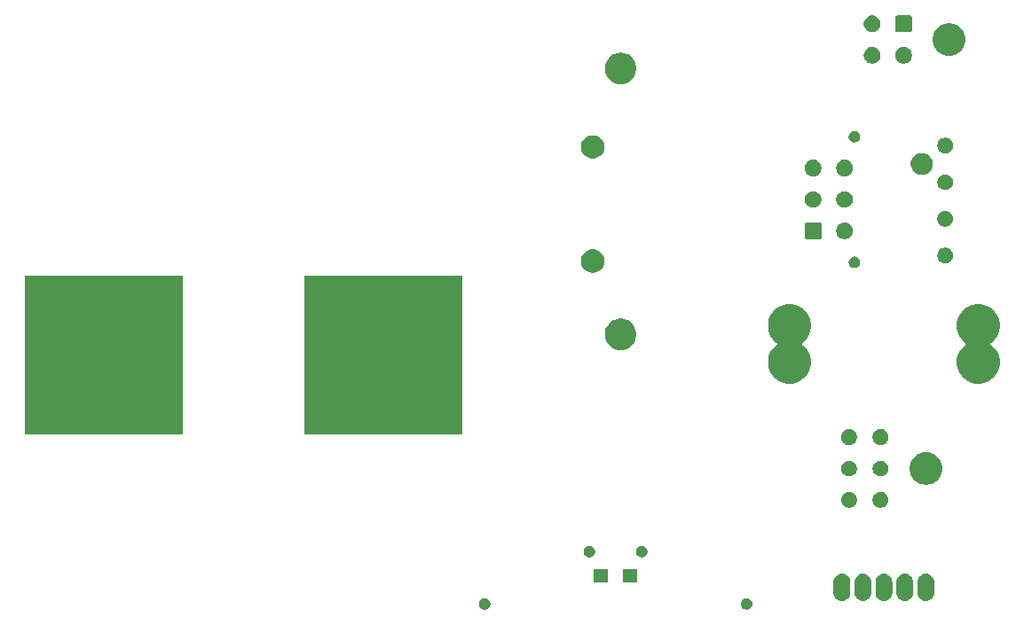
<source format=gbs>
G04 #@! TF.GenerationSoftware,KiCad,Pcbnew,(5.1.4-0-10_14)*
G04 #@! TF.CreationDate,2020-02-02T19:29:53-05:00*
G04 #@! TF.ProjectId,AIR_MINUS,4149525f-4d49-44e5-9553-2e6b69636164,rev?*
G04 #@! TF.SameCoordinates,Original*
G04 #@! TF.FileFunction,Soldermask,Bot*
G04 #@! TF.FilePolarity,Negative*
%FSLAX46Y46*%
G04 Gerber Fmt 4.6, Leading zero omitted, Abs format (unit mm)*
G04 Created by KiCad (PCBNEW (5.1.4-0-10_14)) date 2020-02-02 19:29:53*
%MOMM*%
%LPD*%
G04 APERTURE LIST*
%ADD10C,0.100000*%
G04 APERTURE END LIST*
D10*
G36*
X126410721Y-170590174D02*
G01*
X126510995Y-170631709D01*
X126510996Y-170631710D01*
X126601242Y-170692010D01*
X126677990Y-170768758D01*
X126677991Y-170768760D01*
X126738291Y-170859005D01*
X126779826Y-170959279D01*
X126801000Y-171065730D01*
X126801000Y-171174270D01*
X126779826Y-171280721D01*
X126738291Y-171380995D01*
X126738290Y-171380996D01*
X126677990Y-171471242D01*
X126601242Y-171547990D01*
X126555812Y-171578345D01*
X126510995Y-171608291D01*
X126410721Y-171649826D01*
X126304270Y-171671000D01*
X126195730Y-171671000D01*
X126089279Y-171649826D01*
X125989005Y-171608291D01*
X125944188Y-171578345D01*
X125898758Y-171547990D01*
X125822010Y-171471242D01*
X125761710Y-171380996D01*
X125761709Y-171380995D01*
X125720174Y-171280721D01*
X125699000Y-171174270D01*
X125699000Y-171065730D01*
X125720174Y-170959279D01*
X125761709Y-170859005D01*
X125822009Y-170768760D01*
X125822010Y-170768758D01*
X125898758Y-170692010D01*
X125989004Y-170631710D01*
X125989005Y-170631709D01*
X126089279Y-170590174D01*
X126195730Y-170569000D01*
X126304270Y-170569000D01*
X126410721Y-170590174D01*
X126410721Y-170590174D01*
G37*
G36*
X101410721Y-170590174D02*
G01*
X101510995Y-170631709D01*
X101510996Y-170631710D01*
X101601242Y-170692010D01*
X101677990Y-170768758D01*
X101677991Y-170768760D01*
X101738291Y-170859005D01*
X101779826Y-170959279D01*
X101801000Y-171065730D01*
X101801000Y-171174270D01*
X101779826Y-171280721D01*
X101738291Y-171380995D01*
X101738290Y-171380996D01*
X101677990Y-171471242D01*
X101601242Y-171547990D01*
X101555812Y-171578345D01*
X101510995Y-171608291D01*
X101410721Y-171649826D01*
X101304270Y-171671000D01*
X101195730Y-171671000D01*
X101089279Y-171649826D01*
X100989005Y-171608291D01*
X100944188Y-171578345D01*
X100898758Y-171547990D01*
X100822010Y-171471242D01*
X100761710Y-171380996D01*
X100761709Y-171380995D01*
X100720174Y-171280721D01*
X100699000Y-171174270D01*
X100699000Y-171065730D01*
X100720174Y-170959279D01*
X100761709Y-170859005D01*
X100822009Y-170768760D01*
X100822010Y-170768758D01*
X100898758Y-170692010D01*
X100989004Y-170631710D01*
X100989005Y-170631709D01*
X101089279Y-170590174D01*
X101195730Y-170569000D01*
X101304270Y-170569000D01*
X101410721Y-170590174D01*
X101410721Y-170590174D01*
G37*
G36*
X135509823Y-168241790D02*
G01*
X135610482Y-168272325D01*
X135660813Y-168287592D01*
X135799965Y-168361971D01*
X135921933Y-168462067D01*
X136022029Y-168584035D01*
X136096408Y-168723187D01*
X136096408Y-168723188D01*
X136142210Y-168874177D01*
X136153800Y-168991855D01*
X136153800Y-170070545D01*
X136142210Y-170188223D01*
X136111675Y-170288882D01*
X136096408Y-170339213D01*
X136022030Y-170478364D01*
X136022029Y-170478365D01*
X135921933Y-170600333D01*
X135883699Y-170631710D01*
X135799964Y-170700429D01*
X135660812Y-170774808D01*
X135610481Y-170790075D01*
X135509822Y-170820610D01*
X135352800Y-170836075D01*
X135195777Y-170820610D01*
X135095118Y-170790075D01*
X135044787Y-170774808D01*
X134905635Y-170700429D01*
X134895375Y-170692009D01*
X134783667Y-170600333D01*
X134683571Y-170478364D01*
X134609193Y-170339213D01*
X134609192Y-170339212D01*
X134593925Y-170288881D01*
X134563390Y-170188222D01*
X134551800Y-170070544D01*
X134551801Y-168991855D01*
X134563391Y-168874177D01*
X134609193Y-168723188D01*
X134609193Y-168723187D01*
X134683572Y-168584035D01*
X134783668Y-168462067D01*
X134905636Y-168361971D01*
X135044788Y-168287592D01*
X135095119Y-168272325D01*
X135195778Y-168241790D01*
X135352800Y-168226325D01*
X135509823Y-168241790D01*
X135509823Y-168241790D01*
G37*
G36*
X137509823Y-168241790D02*
G01*
X137610482Y-168272325D01*
X137660813Y-168287592D01*
X137799965Y-168361971D01*
X137921933Y-168462067D01*
X138022029Y-168584035D01*
X138096408Y-168723187D01*
X138096408Y-168723188D01*
X138142210Y-168874177D01*
X138153800Y-168991855D01*
X138153800Y-170070545D01*
X138142210Y-170188223D01*
X138111675Y-170288882D01*
X138096408Y-170339213D01*
X138022030Y-170478364D01*
X138022029Y-170478365D01*
X137921933Y-170600333D01*
X137883699Y-170631710D01*
X137799964Y-170700429D01*
X137660812Y-170774808D01*
X137610481Y-170790075D01*
X137509822Y-170820610D01*
X137352800Y-170836075D01*
X137195777Y-170820610D01*
X137095118Y-170790075D01*
X137044787Y-170774808D01*
X136905635Y-170700429D01*
X136895375Y-170692009D01*
X136783667Y-170600333D01*
X136683571Y-170478364D01*
X136609193Y-170339213D01*
X136609192Y-170339212D01*
X136593925Y-170288881D01*
X136563390Y-170188222D01*
X136551800Y-170070544D01*
X136551801Y-168991855D01*
X136563391Y-168874177D01*
X136609193Y-168723188D01*
X136609193Y-168723187D01*
X136683572Y-168584035D01*
X136783668Y-168462067D01*
X136905636Y-168361971D01*
X137044788Y-168287592D01*
X137095119Y-168272325D01*
X137195778Y-168241790D01*
X137352800Y-168226325D01*
X137509823Y-168241790D01*
X137509823Y-168241790D01*
G37*
G36*
X139509823Y-168241790D02*
G01*
X139610482Y-168272325D01*
X139660813Y-168287592D01*
X139799965Y-168361971D01*
X139921933Y-168462067D01*
X140022029Y-168584035D01*
X140096408Y-168723187D01*
X140096408Y-168723188D01*
X140142210Y-168874177D01*
X140153800Y-168991855D01*
X140153800Y-170070545D01*
X140142210Y-170188223D01*
X140111675Y-170288882D01*
X140096408Y-170339213D01*
X140022030Y-170478364D01*
X140022029Y-170478365D01*
X139921933Y-170600333D01*
X139883699Y-170631710D01*
X139799964Y-170700429D01*
X139660812Y-170774808D01*
X139610481Y-170790075D01*
X139509822Y-170820610D01*
X139352800Y-170836075D01*
X139195777Y-170820610D01*
X139095118Y-170790075D01*
X139044787Y-170774808D01*
X138905635Y-170700429D01*
X138895375Y-170692009D01*
X138783667Y-170600333D01*
X138683571Y-170478364D01*
X138609193Y-170339213D01*
X138609192Y-170339212D01*
X138593925Y-170288881D01*
X138563390Y-170188222D01*
X138551800Y-170070544D01*
X138551801Y-168991855D01*
X138563391Y-168874177D01*
X138609193Y-168723188D01*
X138609193Y-168723187D01*
X138683572Y-168584035D01*
X138783668Y-168462067D01*
X138905636Y-168361971D01*
X139044788Y-168287592D01*
X139095119Y-168272325D01*
X139195778Y-168241790D01*
X139352800Y-168226325D01*
X139509823Y-168241790D01*
X139509823Y-168241790D01*
G37*
G36*
X141509823Y-168241790D02*
G01*
X141610482Y-168272325D01*
X141660813Y-168287592D01*
X141799965Y-168361971D01*
X141921933Y-168462067D01*
X142022029Y-168584035D01*
X142096408Y-168723187D01*
X142096408Y-168723188D01*
X142142210Y-168874177D01*
X142153800Y-168991855D01*
X142153800Y-170070545D01*
X142142210Y-170188223D01*
X142111675Y-170288882D01*
X142096408Y-170339213D01*
X142022030Y-170478364D01*
X142022029Y-170478365D01*
X141921933Y-170600333D01*
X141883699Y-170631710D01*
X141799964Y-170700429D01*
X141660812Y-170774808D01*
X141610481Y-170790075D01*
X141509822Y-170820610D01*
X141352800Y-170836075D01*
X141195777Y-170820610D01*
X141095118Y-170790075D01*
X141044787Y-170774808D01*
X140905635Y-170700429D01*
X140895375Y-170692009D01*
X140783667Y-170600333D01*
X140683571Y-170478364D01*
X140609193Y-170339213D01*
X140609192Y-170339212D01*
X140593925Y-170288881D01*
X140563390Y-170188222D01*
X140551800Y-170070544D01*
X140551801Y-168991855D01*
X140563391Y-168874177D01*
X140609193Y-168723188D01*
X140609193Y-168723187D01*
X140683572Y-168584035D01*
X140783668Y-168462067D01*
X140905636Y-168361971D01*
X141044788Y-168287592D01*
X141095119Y-168272325D01*
X141195778Y-168241790D01*
X141352800Y-168226325D01*
X141509823Y-168241790D01*
X141509823Y-168241790D01*
G37*
G36*
X143509823Y-168241790D02*
G01*
X143610482Y-168272325D01*
X143660813Y-168287592D01*
X143799965Y-168361971D01*
X143921933Y-168462067D01*
X144022029Y-168584035D01*
X144096408Y-168723187D01*
X144096408Y-168723188D01*
X144142210Y-168874177D01*
X144153800Y-168991855D01*
X144153800Y-170070545D01*
X144142210Y-170188223D01*
X144111675Y-170288882D01*
X144096408Y-170339213D01*
X144022030Y-170478364D01*
X144022029Y-170478365D01*
X143921933Y-170600333D01*
X143883699Y-170631710D01*
X143799964Y-170700429D01*
X143660812Y-170774808D01*
X143610481Y-170790075D01*
X143509822Y-170820610D01*
X143352800Y-170836075D01*
X143195777Y-170820610D01*
X143095118Y-170790075D01*
X143044787Y-170774808D01*
X142905635Y-170700429D01*
X142895375Y-170692009D01*
X142783667Y-170600333D01*
X142683571Y-170478364D01*
X142609193Y-170339213D01*
X142609192Y-170339212D01*
X142593925Y-170288881D01*
X142563390Y-170188222D01*
X142551800Y-170070544D01*
X142551801Y-168991855D01*
X142563391Y-168874177D01*
X142609193Y-168723188D01*
X142609193Y-168723187D01*
X142683572Y-168584035D01*
X142783668Y-168462067D01*
X142905636Y-168361971D01*
X143044788Y-168287592D01*
X143095119Y-168272325D01*
X143195778Y-168241790D01*
X143352800Y-168226325D01*
X143509823Y-168241790D01*
X143509823Y-168241790D01*
G37*
G36*
X115801000Y-169101000D02*
G01*
X114499000Y-169101000D01*
X114499000Y-167799000D01*
X115801000Y-167799000D01*
X115801000Y-169101000D01*
X115801000Y-169101000D01*
G37*
G36*
X113001000Y-169101000D02*
G01*
X111699000Y-169101000D01*
X111699000Y-167799000D01*
X113001000Y-167799000D01*
X113001000Y-169101000D01*
X113001000Y-169101000D01*
G37*
G36*
X116410721Y-165590174D02*
G01*
X116510995Y-165631709D01*
X116510996Y-165631710D01*
X116601242Y-165692010D01*
X116677990Y-165768758D01*
X116677991Y-165768760D01*
X116738291Y-165859005D01*
X116779826Y-165959279D01*
X116801000Y-166065730D01*
X116801000Y-166174270D01*
X116779826Y-166280721D01*
X116738291Y-166380995D01*
X116738290Y-166380996D01*
X116677990Y-166471242D01*
X116601242Y-166547990D01*
X116555812Y-166578345D01*
X116510995Y-166608291D01*
X116410721Y-166649826D01*
X116304270Y-166671000D01*
X116195730Y-166671000D01*
X116089279Y-166649826D01*
X115989005Y-166608291D01*
X115944188Y-166578345D01*
X115898758Y-166547990D01*
X115822010Y-166471242D01*
X115761710Y-166380996D01*
X115761709Y-166380995D01*
X115720174Y-166280721D01*
X115699000Y-166174270D01*
X115699000Y-166065730D01*
X115720174Y-165959279D01*
X115761709Y-165859005D01*
X115822009Y-165768760D01*
X115822010Y-165768758D01*
X115898758Y-165692010D01*
X115989004Y-165631710D01*
X115989005Y-165631709D01*
X116089279Y-165590174D01*
X116195730Y-165569000D01*
X116304270Y-165569000D01*
X116410721Y-165590174D01*
X116410721Y-165590174D01*
G37*
G36*
X111410721Y-165590174D02*
G01*
X111510995Y-165631709D01*
X111510996Y-165631710D01*
X111601242Y-165692010D01*
X111677990Y-165768758D01*
X111677991Y-165768760D01*
X111738291Y-165859005D01*
X111779826Y-165959279D01*
X111801000Y-166065730D01*
X111801000Y-166174270D01*
X111779826Y-166280721D01*
X111738291Y-166380995D01*
X111738290Y-166380996D01*
X111677990Y-166471242D01*
X111601242Y-166547990D01*
X111555812Y-166578345D01*
X111510995Y-166608291D01*
X111410721Y-166649826D01*
X111304270Y-166671000D01*
X111195730Y-166671000D01*
X111089279Y-166649826D01*
X110989005Y-166608291D01*
X110944188Y-166578345D01*
X110898758Y-166547990D01*
X110822010Y-166471242D01*
X110761710Y-166380996D01*
X110761709Y-166380995D01*
X110720174Y-166280721D01*
X110699000Y-166174270D01*
X110699000Y-166065730D01*
X110720174Y-165959279D01*
X110761709Y-165859005D01*
X110822009Y-165768760D01*
X110822010Y-165768758D01*
X110898758Y-165692010D01*
X110989004Y-165631710D01*
X110989005Y-165631709D01*
X111089279Y-165590174D01*
X111195730Y-165569000D01*
X111304270Y-165569000D01*
X111410721Y-165590174D01*
X111410721Y-165590174D01*
G37*
G36*
X139256659Y-160469060D02*
G01*
X139393332Y-160525672D01*
X139516335Y-160607860D01*
X139620940Y-160712465D01*
X139703128Y-160835468D01*
X139759740Y-160972141D01*
X139788600Y-161117233D01*
X139788600Y-161265167D01*
X139759740Y-161410259D01*
X139703128Y-161546932D01*
X139620940Y-161669935D01*
X139516335Y-161774540D01*
X139393332Y-161856728D01*
X139393331Y-161856729D01*
X139393330Y-161856729D01*
X139256659Y-161913340D01*
X139111568Y-161942200D01*
X138963632Y-161942200D01*
X138818541Y-161913340D01*
X138681870Y-161856729D01*
X138681869Y-161856729D01*
X138681868Y-161856728D01*
X138558865Y-161774540D01*
X138454260Y-161669935D01*
X138372072Y-161546932D01*
X138315460Y-161410259D01*
X138286600Y-161265167D01*
X138286600Y-161117233D01*
X138315460Y-160972141D01*
X138372072Y-160835468D01*
X138454260Y-160712465D01*
X138558865Y-160607860D01*
X138681868Y-160525672D01*
X138818541Y-160469060D01*
X138963632Y-160440200D01*
X139111568Y-160440200D01*
X139256659Y-160469060D01*
X139256659Y-160469060D01*
G37*
G36*
X136256659Y-160469060D02*
G01*
X136393332Y-160525672D01*
X136516335Y-160607860D01*
X136620940Y-160712465D01*
X136703128Y-160835468D01*
X136759740Y-160972141D01*
X136788600Y-161117233D01*
X136788600Y-161265167D01*
X136759740Y-161410259D01*
X136703128Y-161546932D01*
X136620940Y-161669935D01*
X136516335Y-161774540D01*
X136393332Y-161856728D01*
X136393331Y-161856729D01*
X136393330Y-161856729D01*
X136256659Y-161913340D01*
X136111568Y-161942200D01*
X135963632Y-161942200D01*
X135818541Y-161913340D01*
X135681870Y-161856729D01*
X135681869Y-161856729D01*
X135681868Y-161856728D01*
X135558865Y-161774540D01*
X135454260Y-161669935D01*
X135372072Y-161546932D01*
X135315460Y-161410259D01*
X135286600Y-161265167D01*
X135286600Y-161117233D01*
X135315460Y-160972141D01*
X135372072Y-160835468D01*
X135454260Y-160712465D01*
X135558865Y-160607860D01*
X135681868Y-160525672D01*
X135818541Y-160469060D01*
X135963632Y-160440200D01*
X136111568Y-160440200D01*
X136256659Y-160469060D01*
X136256659Y-160469060D01*
G37*
G36*
X143660185Y-156670002D02*
G01*
X143810010Y-156699804D01*
X144092274Y-156816721D01*
X144346305Y-156986459D01*
X144562341Y-157202495D01*
X144732079Y-157456526D01*
X144848996Y-157738790D01*
X144908600Y-158038440D01*
X144908600Y-158343960D01*
X144848996Y-158643610D01*
X144732079Y-158925874D01*
X144562341Y-159179905D01*
X144346305Y-159395941D01*
X144092274Y-159565679D01*
X143810010Y-159682596D01*
X143660185Y-159712398D01*
X143510361Y-159742200D01*
X143204839Y-159742200D01*
X143055015Y-159712398D01*
X142905190Y-159682596D01*
X142622926Y-159565679D01*
X142368895Y-159395941D01*
X142152859Y-159179905D01*
X141983121Y-158925874D01*
X141866204Y-158643610D01*
X141806600Y-158343960D01*
X141806600Y-158038440D01*
X141866204Y-157738790D01*
X141983121Y-157456526D01*
X142152859Y-157202495D01*
X142368895Y-156986459D01*
X142622926Y-156816721D01*
X142905190Y-156699804D01*
X143055015Y-156670002D01*
X143204839Y-156640200D01*
X143510361Y-156640200D01*
X143660185Y-156670002D01*
X143660185Y-156670002D01*
G37*
G36*
X139256659Y-157469060D02*
G01*
X139393332Y-157525672D01*
X139516335Y-157607860D01*
X139620940Y-157712465D01*
X139638530Y-157738791D01*
X139703129Y-157835470D01*
X139759740Y-157972141D01*
X139788600Y-158117232D01*
X139788600Y-158265168D01*
X139772927Y-158343961D01*
X139759740Y-158410259D01*
X139703128Y-158546932D01*
X139620940Y-158669935D01*
X139516335Y-158774540D01*
X139393332Y-158856728D01*
X139393331Y-158856729D01*
X139393330Y-158856729D01*
X139256659Y-158913340D01*
X139111568Y-158942200D01*
X138963632Y-158942200D01*
X138818541Y-158913340D01*
X138681870Y-158856729D01*
X138681869Y-158856729D01*
X138681868Y-158856728D01*
X138558865Y-158774540D01*
X138454260Y-158669935D01*
X138372072Y-158546932D01*
X138315460Y-158410259D01*
X138302273Y-158343961D01*
X138286600Y-158265168D01*
X138286600Y-158117232D01*
X138315460Y-157972141D01*
X138372071Y-157835470D01*
X138436670Y-157738791D01*
X138454260Y-157712465D01*
X138558865Y-157607860D01*
X138681868Y-157525672D01*
X138818541Y-157469060D01*
X138963632Y-157440200D01*
X139111568Y-157440200D01*
X139256659Y-157469060D01*
X139256659Y-157469060D01*
G37*
G36*
X136256659Y-157469060D02*
G01*
X136393332Y-157525672D01*
X136516335Y-157607860D01*
X136620940Y-157712465D01*
X136638530Y-157738791D01*
X136703129Y-157835470D01*
X136759740Y-157972141D01*
X136788600Y-158117232D01*
X136788600Y-158265168D01*
X136772927Y-158343961D01*
X136759740Y-158410259D01*
X136703128Y-158546932D01*
X136620940Y-158669935D01*
X136516335Y-158774540D01*
X136393332Y-158856728D01*
X136393331Y-158856729D01*
X136393330Y-158856729D01*
X136256659Y-158913340D01*
X136111568Y-158942200D01*
X135963632Y-158942200D01*
X135818541Y-158913340D01*
X135681870Y-158856729D01*
X135681869Y-158856729D01*
X135681868Y-158856728D01*
X135558865Y-158774540D01*
X135454260Y-158669935D01*
X135372072Y-158546932D01*
X135315460Y-158410259D01*
X135302273Y-158343961D01*
X135286600Y-158265168D01*
X135286600Y-158117232D01*
X135315460Y-157972141D01*
X135372071Y-157835470D01*
X135436670Y-157738791D01*
X135454260Y-157712465D01*
X135558865Y-157607860D01*
X135681868Y-157525672D01*
X135818541Y-157469060D01*
X135963632Y-157440200D01*
X136111568Y-157440200D01*
X136256659Y-157469060D01*
X136256659Y-157469060D01*
G37*
G36*
X139256659Y-154469060D02*
G01*
X139393332Y-154525672D01*
X139516335Y-154607860D01*
X139620940Y-154712465D01*
X139620941Y-154712467D01*
X139703129Y-154835470D01*
X139759740Y-154972141D01*
X139788600Y-155117233D01*
X139788600Y-155265167D01*
X139759740Y-155410259D01*
X139703128Y-155546932D01*
X139620940Y-155669935D01*
X139516335Y-155774540D01*
X139393332Y-155856728D01*
X139393331Y-155856729D01*
X139393330Y-155856729D01*
X139256659Y-155913340D01*
X139111568Y-155942200D01*
X138963632Y-155942200D01*
X138818541Y-155913340D01*
X138681870Y-155856729D01*
X138681869Y-155856729D01*
X138681868Y-155856728D01*
X138558865Y-155774540D01*
X138454260Y-155669935D01*
X138372072Y-155546932D01*
X138315460Y-155410259D01*
X138286600Y-155265167D01*
X138286600Y-155117233D01*
X138315460Y-154972141D01*
X138372071Y-154835470D01*
X138454259Y-154712467D01*
X138454260Y-154712465D01*
X138558865Y-154607860D01*
X138681868Y-154525672D01*
X138818541Y-154469060D01*
X138963632Y-154440200D01*
X139111568Y-154440200D01*
X139256659Y-154469060D01*
X139256659Y-154469060D01*
G37*
G36*
X136256659Y-154469060D02*
G01*
X136393332Y-154525672D01*
X136516335Y-154607860D01*
X136620940Y-154712465D01*
X136620941Y-154712467D01*
X136703129Y-154835470D01*
X136759740Y-154972141D01*
X136788600Y-155117233D01*
X136788600Y-155265167D01*
X136759740Y-155410259D01*
X136703128Y-155546932D01*
X136620940Y-155669935D01*
X136516335Y-155774540D01*
X136393332Y-155856728D01*
X136393331Y-155856729D01*
X136393330Y-155856729D01*
X136256659Y-155913340D01*
X136111568Y-155942200D01*
X135963632Y-155942200D01*
X135818541Y-155913340D01*
X135681870Y-155856729D01*
X135681869Y-155856729D01*
X135681868Y-155856728D01*
X135558865Y-155774540D01*
X135454260Y-155669935D01*
X135372072Y-155546932D01*
X135315460Y-155410259D01*
X135286600Y-155265167D01*
X135286600Y-155117233D01*
X135315460Y-154972141D01*
X135372071Y-154835470D01*
X135454259Y-154712467D01*
X135454260Y-154712465D01*
X135558865Y-154607860D01*
X135681868Y-154525672D01*
X135818541Y-154469060D01*
X135963632Y-154440200D01*
X136111568Y-154440200D01*
X136256659Y-154469060D01*
X136256659Y-154469060D01*
G37*
G36*
X99161000Y-154911000D02*
G01*
X84059000Y-154911000D01*
X84059000Y-139809000D01*
X99161000Y-139809000D01*
X99161000Y-154911000D01*
X99161000Y-154911000D01*
G37*
G36*
X72501000Y-154911000D02*
G01*
X57399000Y-154911000D01*
X57399000Y-139809000D01*
X72501000Y-139809000D01*
X72501000Y-154911000D01*
X72501000Y-154911000D01*
G37*
G36*
X148951054Y-142559018D02*
G01*
X149324311Y-142713626D01*
X149324313Y-142713627D01*
X149660236Y-142938084D01*
X149945916Y-143223764D01*
X150170374Y-143559689D01*
X150324982Y-143932946D01*
X150403800Y-144329193D01*
X150403800Y-144733207D01*
X150324982Y-145129454D01*
X150170374Y-145502711D01*
X149945916Y-145838636D01*
X149660234Y-146124318D01*
X149580990Y-146177267D01*
X149562048Y-146192812D01*
X149546502Y-146211754D01*
X149534951Y-146233365D01*
X149527838Y-146256814D01*
X149525436Y-146281200D01*
X149527838Y-146305586D01*
X149534951Y-146329035D01*
X149546502Y-146350645D01*
X149562047Y-146369587D01*
X149580990Y-146385133D01*
X149660234Y-146438082D01*
X149945916Y-146723764D01*
X150170374Y-147059689D01*
X150324982Y-147432946D01*
X150403800Y-147829193D01*
X150403800Y-148233207D01*
X150324982Y-148629454D01*
X150170374Y-149002711D01*
X150170373Y-149002713D01*
X149945916Y-149338636D01*
X149660236Y-149624316D01*
X149324313Y-149848773D01*
X149324312Y-149848774D01*
X149324311Y-149848774D01*
X148951054Y-150003382D01*
X148554807Y-150082200D01*
X148150793Y-150082200D01*
X147754546Y-150003382D01*
X147381289Y-149848774D01*
X147381288Y-149848774D01*
X147381287Y-149848773D01*
X147045364Y-149624316D01*
X146759684Y-149338636D01*
X146535227Y-149002713D01*
X146535226Y-149002711D01*
X146380618Y-148629454D01*
X146301800Y-148233207D01*
X146301800Y-147829193D01*
X146380618Y-147432946D01*
X146535226Y-147059689D01*
X146759684Y-146723764D01*
X147045366Y-146438082D01*
X147124610Y-146385133D01*
X147143552Y-146369588D01*
X147159098Y-146350646D01*
X147170649Y-146329035D01*
X147177762Y-146305586D01*
X147180164Y-146281200D01*
X147177762Y-146256814D01*
X147170649Y-146233365D01*
X147159098Y-146211755D01*
X147143553Y-146192813D01*
X147124610Y-146177267D01*
X147045366Y-146124318D01*
X146759684Y-145838636D01*
X146535226Y-145502711D01*
X146380618Y-145129454D01*
X146301800Y-144733207D01*
X146301800Y-144329193D01*
X146380618Y-143932946D01*
X146535226Y-143559689D01*
X146759684Y-143223764D01*
X147045364Y-142938084D01*
X147381287Y-142713627D01*
X147381289Y-142713626D01*
X147754546Y-142559018D01*
X148150793Y-142480200D01*
X148554807Y-142480200D01*
X148951054Y-142559018D01*
X148951054Y-142559018D01*
G37*
G36*
X130951054Y-142559018D02*
G01*
X131324311Y-142713626D01*
X131324313Y-142713627D01*
X131660236Y-142938084D01*
X131945916Y-143223764D01*
X132170374Y-143559689D01*
X132324982Y-143932946D01*
X132403800Y-144329193D01*
X132403800Y-144733207D01*
X132324982Y-145129454D01*
X132170374Y-145502711D01*
X131945916Y-145838636D01*
X131660234Y-146124318D01*
X131580990Y-146177267D01*
X131562048Y-146192812D01*
X131546502Y-146211754D01*
X131534951Y-146233365D01*
X131527838Y-146256814D01*
X131525436Y-146281200D01*
X131527838Y-146305586D01*
X131534951Y-146329035D01*
X131546502Y-146350645D01*
X131562047Y-146369587D01*
X131580990Y-146385133D01*
X131660234Y-146438082D01*
X131945916Y-146723764D01*
X132170374Y-147059689D01*
X132324982Y-147432946D01*
X132403800Y-147829193D01*
X132403800Y-148233207D01*
X132324982Y-148629454D01*
X132170374Y-149002711D01*
X132170373Y-149002713D01*
X131945916Y-149338636D01*
X131660236Y-149624316D01*
X131324313Y-149848773D01*
X131324312Y-149848774D01*
X131324311Y-149848774D01*
X130951054Y-150003382D01*
X130554807Y-150082200D01*
X130150793Y-150082200D01*
X129754546Y-150003382D01*
X129381289Y-149848774D01*
X129381288Y-149848774D01*
X129381287Y-149848773D01*
X129045364Y-149624316D01*
X128759684Y-149338636D01*
X128535227Y-149002713D01*
X128535226Y-149002711D01*
X128380618Y-148629454D01*
X128301800Y-148233207D01*
X128301800Y-147829193D01*
X128380618Y-147432946D01*
X128535226Y-147059689D01*
X128759684Y-146723764D01*
X129045366Y-146438082D01*
X129124610Y-146385133D01*
X129143552Y-146369588D01*
X129159098Y-146350646D01*
X129170649Y-146329035D01*
X129177762Y-146305586D01*
X129180164Y-146281200D01*
X129177762Y-146256814D01*
X129170649Y-146233365D01*
X129159098Y-146211755D01*
X129143553Y-146192813D01*
X129124610Y-146177267D01*
X129045366Y-146124318D01*
X128759684Y-145838636D01*
X128535226Y-145502711D01*
X128380618Y-145129454D01*
X128301800Y-144733207D01*
X128301800Y-144329193D01*
X128380618Y-143932946D01*
X128535226Y-143559689D01*
X128759684Y-143223764D01*
X129045364Y-142938084D01*
X129381287Y-142713627D01*
X129381289Y-142713626D01*
X129754546Y-142559018D01*
X130150793Y-142480200D01*
X130554807Y-142480200D01*
X130951054Y-142559018D01*
X130951054Y-142559018D01*
G37*
G36*
X114532831Y-143914841D02*
G01*
X114677826Y-143943682D01*
X114790974Y-143990550D01*
X114950989Y-144056830D01*
X114950990Y-144056831D01*
X115196832Y-144221097D01*
X115405903Y-144430168D01*
X115405904Y-144430170D01*
X115570170Y-144676011D01*
X115593861Y-144733206D01*
X115683318Y-144949174D01*
X115741000Y-145239164D01*
X115741000Y-145534836D01*
X115683318Y-145824826D01*
X115636450Y-145937974D01*
X115570170Y-146097989D01*
X115494154Y-146211755D01*
X115405903Y-146343832D01*
X115196832Y-146552903D01*
X115152986Y-146582200D01*
X114950989Y-146717170D01*
X114790974Y-146783450D01*
X114677826Y-146830318D01*
X114532831Y-146859159D01*
X114387837Y-146888000D01*
X114092163Y-146888000D01*
X113947169Y-146859159D01*
X113802174Y-146830318D01*
X113689026Y-146783450D01*
X113529011Y-146717170D01*
X113327014Y-146582200D01*
X113283168Y-146552903D01*
X113074097Y-146343832D01*
X112985846Y-146211755D01*
X112909830Y-146097989D01*
X112843550Y-145937974D01*
X112796682Y-145824826D01*
X112739000Y-145534836D01*
X112739000Y-145239164D01*
X112796682Y-144949174D01*
X112886139Y-144733206D01*
X112909830Y-144676011D01*
X113074096Y-144430170D01*
X113074097Y-144430168D01*
X113283168Y-144221097D01*
X113529010Y-144056831D01*
X113529011Y-144056830D01*
X113689026Y-143990550D01*
X113802174Y-143943682D01*
X113947169Y-143914841D01*
X114092163Y-143886000D01*
X114387837Y-143886000D01*
X114532831Y-143914841D01*
X114532831Y-143914841D01*
G37*
G36*
X111750972Y-137283232D02*
G01*
X111894067Y-137311695D01*
X112096256Y-137395444D01*
X112278221Y-137517030D01*
X112432970Y-137671779D01*
X112554556Y-137853744D01*
X112638305Y-138055933D01*
X112681000Y-138270576D01*
X112681000Y-138489424D01*
X112638305Y-138704067D01*
X112554556Y-138906256D01*
X112432970Y-139088221D01*
X112278221Y-139242970D01*
X112096256Y-139364556D01*
X111894067Y-139448305D01*
X111750972Y-139476768D01*
X111679425Y-139491000D01*
X111460575Y-139491000D01*
X111389028Y-139476768D01*
X111245933Y-139448305D01*
X111043744Y-139364556D01*
X110861779Y-139242970D01*
X110707030Y-139088221D01*
X110585444Y-138906256D01*
X110501695Y-138704067D01*
X110459000Y-138489424D01*
X110459000Y-138270576D01*
X110501695Y-138055933D01*
X110585444Y-137853744D01*
X110707030Y-137671779D01*
X110861779Y-137517030D01*
X111043744Y-137395444D01*
X111245933Y-137311695D01*
X111389028Y-137283232D01*
X111460575Y-137269000D01*
X111679425Y-137269000D01*
X111750972Y-137283232D01*
X111750972Y-137283232D01*
G37*
G36*
X136700721Y-137970174D02*
G01*
X136800995Y-138011709D01*
X136800996Y-138011710D01*
X136891242Y-138072010D01*
X136967990Y-138148758D01*
X136967991Y-138148760D01*
X137028291Y-138239005D01*
X137069826Y-138339279D01*
X137091000Y-138445730D01*
X137091000Y-138554270D01*
X137069826Y-138660721D01*
X137028291Y-138760995D01*
X137028290Y-138760996D01*
X136967990Y-138851242D01*
X136891242Y-138927990D01*
X136845812Y-138958345D01*
X136800995Y-138988291D01*
X136700721Y-139029826D01*
X136594270Y-139051000D01*
X136485730Y-139051000D01*
X136379279Y-139029826D01*
X136279005Y-138988291D01*
X136234188Y-138958345D01*
X136188758Y-138927990D01*
X136112010Y-138851242D01*
X136051710Y-138760996D01*
X136051709Y-138760995D01*
X136010174Y-138660721D01*
X135989000Y-138554270D01*
X135989000Y-138445730D01*
X136010174Y-138339279D01*
X136051709Y-138239005D01*
X136112009Y-138148760D01*
X136112010Y-138148758D01*
X136188758Y-138072010D01*
X136279004Y-138011710D01*
X136279005Y-138011709D01*
X136379279Y-137970174D01*
X136485730Y-137949000D01*
X136594270Y-137949000D01*
X136700721Y-137970174D01*
X136700721Y-137970174D01*
G37*
G36*
X145294425Y-137104599D02*
G01*
X145418621Y-137129302D01*
X145555022Y-137185801D01*
X145677779Y-137267825D01*
X145782175Y-137372221D01*
X145864199Y-137494978D01*
X145920698Y-137631379D01*
X145949500Y-137776181D01*
X145949500Y-137923819D01*
X145920698Y-138068621D01*
X145864199Y-138205022D01*
X145782175Y-138327779D01*
X145677779Y-138432175D01*
X145555022Y-138514199D01*
X145418621Y-138570698D01*
X145294425Y-138595401D01*
X145273820Y-138599500D01*
X145126180Y-138599500D01*
X145105575Y-138595401D01*
X144981379Y-138570698D01*
X144844978Y-138514199D01*
X144722221Y-138432175D01*
X144617825Y-138327779D01*
X144535801Y-138205022D01*
X144479302Y-138068621D01*
X144450500Y-137923819D01*
X144450500Y-137776181D01*
X144479302Y-137631379D01*
X144535801Y-137494978D01*
X144617825Y-137372221D01*
X144722221Y-137267825D01*
X144844978Y-137185801D01*
X144981379Y-137129302D01*
X145105575Y-137104599D01*
X145126180Y-137100500D01*
X145273820Y-137100500D01*
X145294425Y-137104599D01*
X145294425Y-137104599D01*
G37*
G36*
X135833642Y-134729781D02*
G01*
X135957208Y-134780964D01*
X135979416Y-134790163D01*
X136110608Y-134877822D01*
X136222178Y-134989392D01*
X136295749Y-135099500D01*
X136309838Y-135120586D01*
X136370219Y-135266358D01*
X136401000Y-135421107D01*
X136401000Y-135578893D01*
X136370219Y-135733642D01*
X136309838Y-135879414D01*
X136309837Y-135879416D01*
X136222178Y-136010608D01*
X136110608Y-136122178D01*
X135979416Y-136209837D01*
X135979415Y-136209838D01*
X135979414Y-136209838D01*
X135833642Y-136270219D01*
X135678893Y-136301000D01*
X135521107Y-136301000D01*
X135366358Y-136270219D01*
X135220586Y-136209838D01*
X135220585Y-136209838D01*
X135220584Y-136209837D01*
X135089392Y-136122178D01*
X134977822Y-136010608D01*
X134890163Y-135879416D01*
X134890162Y-135879414D01*
X134829781Y-135733642D01*
X134799000Y-135578893D01*
X134799000Y-135421107D01*
X134829781Y-135266358D01*
X134890162Y-135120586D01*
X134904251Y-135099500D01*
X134977822Y-134989392D01*
X135089392Y-134877822D01*
X135220584Y-134790163D01*
X135242792Y-134780964D01*
X135366358Y-134729781D01*
X135521107Y-134699000D01*
X135678893Y-134699000D01*
X135833642Y-134729781D01*
X135833642Y-134729781D01*
G37*
G36*
X133253048Y-134703122D02*
G01*
X133287387Y-134713539D01*
X133319036Y-134730456D01*
X133346778Y-134753222D01*
X133369544Y-134780964D01*
X133386461Y-134812613D01*
X133396878Y-134846952D01*
X133401000Y-134888807D01*
X133401000Y-136111193D01*
X133396878Y-136153048D01*
X133386461Y-136187387D01*
X133369544Y-136219036D01*
X133346778Y-136246778D01*
X133319036Y-136269544D01*
X133287387Y-136286461D01*
X133253048Y-136296878D01*
X133211193Y-136301000D01*
X131988807Y-136301000D01*
X131946952Y-136296878D01*
X131912613Y-136286461D01*
X131880964Y-136269544D01*
X131853222Y-136246778D01*
X131830456Y-136219036D01*
X131813539Y-136187387D01*
X131803122Y-136153048D01*
X131799000Y-136111193D01*
X131799000Y-134888807D01*
X131803122Y-134846952D01*
X131813539Y-134812613D01*
X131830456Y-134780964D01*
X131853222Y-134753222D01*
X131880964Y-134730456D01*
X131912613Y-134713539D01*
X131946952Y-134703122D01*
X131988807Y-134699000D01*
X133211193Y-134699000D01*
X133253048Y-134703122D01*
X133253048Y-134703122D01*
G37*
G36*
X145294425Y-133604599D02*
G01*
X145418621Y-133629302D01*
X145555022Y-133685801D01*
X145677779Y-133767825D01*
X145782175Y-133872221D01*
X145864199Y-133994978D01*
X145920698Y-134131379D01*
X145949500Y-134276181D01*
X145949500Y-134423819D01*
X145920698Y-134568621D01*
X145864199Y-134705022D01*
X145782175Y-134827779D01*
X145677779Y-134932175D01*
X145555022Y-135014199D01*
X145418621Y-135070698D01*
X145294425Y-135095401D01*
X145273820Y-135099500D01*
X145126180Y-135099500D01*
X145105575Y-135095401D01*
X144981379Y-135070698D01*
X144844978Y-135014199D01*
X144722221Y-134932175D01*
X144617825Y-134827779D01*
X144535801Y-134705022D01*
X144479302Y-134568621D01*
X144450500Y-134423819D01*
X144450500Y-134276181D01*
X144479302Y-134131379D01*
X144535801Y-133994978D01*
X144617825Y-133872221D01*
X144722221Y-133767825D01*
X144844978Y-133685801D01*
X144981379Y-133629302D01*
X145105575Y-133604599D01*
X145126180Y-133600500D01*
X145273820Y-133600500D01*
X145294425Y-133604599D01*
X145294425Y-133604599D01*
G37*
G36*
X132833642Y-131729781D02*
G01*
X132979414Y-131790162D01*
X132979416Y-131790163D01*
X133110608Y-131877822D01*
X133222178Y-131989392D01*
X133309837Y-132120584D01*
X133309838Y-132120586D01*
X133370219Y-132266358D01*
X133401000Y-132421107D01*
X133401000Y-132578893D01*
X133370219Y-132733642D01*
X133309838Y-132879414D01*
X133309837Y-132879416D01*
X133222178Y-133010608D01*
X133110608Y-133122178D01*
X132979416Y-133209837D01*
X132979415Y-133209838D01*
X132979414Y-133209838D01*
X132833642Y-133270219D01*
X132678893Y-133301000D01*
X132521107Y-133301000D01*
X132366358Y-133270219D01*
X132220586Y-133209838D01*
X132220585Y-133209838D01*
X132220584Y-133209837D01*
X132089392Y-133122178D01*
X131977822Y-133010608D01*
X131890163Y-132879416D01*
X131890162Y-132879414D01*
X131829781Y-132733642D01*
X131799000Y-132578893D01*
X131799000Y-132421107D01*
X131829781Y-132266358D01*
X131890162Y-132120586D01*
X131890163Y-132120584D01*
X131977822Y-131989392D01*
X132089392Y-131877822D01*
X132220584Y-131790163D01*
X132220586Y-131790162D01*
X132366358Y-131729781D01*
X132521107Y-131699000D01*
X132678893Y-131699000D01*
X132833642Y-131729781D01*
X132833642Y-131729781D01*
G37*
G36*
X135833642Y-131729781D02*
G01*
X135979414Y-131790162D01*
X135979416Y-131790163D01*
X136110608Y-131877822D01*
X136222178Y-131989392D01*
X136309837Y-132120584D01*
X136309838Y-132120586D01*
X136370219Y-132266358D01*
X136401000Y-132421107D01*
X136401000Y-132578893D01*
X136370219Y-132733642D01*
X136309838Y-132879414D01*
X136309837Y-132879416D01*
X136222178Y-133010608D01*
X136110608Y-133122178D01*
X135979416Y-133209837D01*
X135979415Y-133209838D01*
X135979414Y-133209838D01*
X135833642Y-133270219D01*
X135678893Y-133301000D01*
X135521107Y-133301000D01*
X135366358Y-133270219D01*
X135220586Y-133209838D01*
X135220585Y-133209838D01*
X135220584Y-133209837D01*
X135089392Y-133122178D01*
X134977822Y-133010608D01*
X134890163Y-132879416D01*
X134890162Y-132879414D01*
X134829781Y-132733642D01*
X134799000Y-132578893D01*
X134799000Y-132421107D01*
X134829781Y-132266358D01*
X134890162Y-132120586D01*
X134890163Y-132120584D01*
X134977822Y-131989392D01*
X135089392Y-131877822D01*
X135220584Y-131790163D01*
X135220586Y-131790162D01*
X135366358Y-131729781D01*
X135521107Y-131699000D01*
X135678893Y-131699000D01*
X135833642Y-131729781D01*
X135833642Y-131729781D01*
G37*
G36*
X145294425Y-130104599D02*
G01*
X145418621Y-130129302D01*
X145555022Y-130185801D01*
X145677779Y-130267825D01*
X145782175Y-130372221D01*
X145864199Y-130494978D01*
X145920698Y-130631379D01*
X145949500Y-130776181D01*
X145949500Y-130923819D01*
X145920698Y-131068621D01*
X145864199Y-131205022D01*
X145782175Y-131327779D01*
X145677779Y-131432175D01*
X145555022Y-131514199D01*
X145418621Y-131570698D01*
X145294425Y-131595401D01*
X145273820Y-131599500D01*
X145126180Y-131599500D01*
X145105575Y-131595401D01*
X144981379Y-131570698D01*
X144844978Y-131514199D01*
X144722221Y-131432175D01*
X144617825Y-131327779D01*
X144535801Y-131205022D01*
X144479302Y-131068621D01*
X144450500Y-130923819D01*
X144450500Y-130776181D01*
X144479302Y-130631379D01*
X144535801Y-130494978D01*
X144617825Y-130372221D01*
X144722221Y-130267825D01*
X144844978Y-130185801D01*
X144981379Y-130129302D01*
X145105575Y-130104599D01*
X145126180Y-130100500D01*
X145273820Y-130100500D01*
X145294425Y-130104599D01*
X145294425Y-130104599D01*
G37*
G36*
X135833642Y-128729781D02*
G01*
X135979414Y-128790162D01*
X135979416Y-128790163D01*
X136110608Y-128877822D01*
X136222178Y-128989392D01*
X136309837Y-129120584D01*
X136309838Y-129120586D01*
X136370219Y-129266358D01*
X136401000Y-129421107D01*
X136401000Y-129578893D01*
X136370219Y-129733642D01*
X136309838Y-129879414D01*
X136309837Y-129879416D01*
X136222178Y-130010608D01*
X136110608Y-130122178D01*
X135979416Y-130209837D01*
X135979415Y-130209838D01*
X135979414Y-130209838D01*
X135833642Y-130270219D01*
X135678893Y-130301000D01*
X135521107Y-130301000D01*
X135366358Y-130270219D01*
X135220586Y-130209838D01*
X135220585Y-130209838D01*
X135220584Y-130209837D01*
X135089392Y-130122178D01*
X134977822Y-130010608D01*
X134890163Y-129879416D01*
X134890162Y-129879414D01*
X134829781Y-129733642D01*
X134799000Y-129578893D01*
X134799000Y-129421107D01*
X134829781Y-129266358D01*
X134890162Y-129120586D01*
X134890163Y-129120584D01*
X134977822Y-128989392D01*
X135089392Y-128877822D01*
X135220584Y-128790163D01*
X135220586Y-128790162D01*
X135366358Y-128729781D01*
X135521107Y-128699000D01*
X135678893Y-128699000D01*
X135833642Y-128729781D01*
X135833642Y-128729781D01*
G37*
G36*
X132833642Y-128729781D02*
G01*
X132979414Y-128790162D01*
X132979416Y-128790163D01*
X133110608Y-128877822D01*
X133222178Y-128989392D01*
X133309837Y-129120584D01*
X133309838Y-129120586D01*
X133370219Y-129266358D01*
X133401000Y-129421107D01*
X133401000Y-129578893D01*
X133370219Y-129733642D01*
X133309838Y-129879414D01*
X133309837Y-129879416D01*
X133222178Y-130010608D01*
X133110608Y-130122178D01*
X132979416Y-130209837D01*
X132979415Y-130209838D01*
X132979414Y-130209838D01*
X132833642Y-130270219D01*
X132678893Y-130301000D01*
X132521107Y-130301000D01*
X132366358Y-130270219D01*
X132220586Y-130209838D01*
X132220585Y-130209838D01*
X132220584Y-130209837D01*
X132089392Y-130122178D01*
X131977822Y-130010608D01*
X131890163Y-129879416D01*
X131890162Y-129879414D01*
X131829781Y-129733642D01*
X131799000Y-129578893D01*
X131799000Y-129421107D01*
X131829781Y-129266358D01*
X131890162Y-129120586D01*
X131890163Y-129120584D01*
X131977822Y-128989392D01*
X132089392Y-128877822D01*
X132220584Y-128790163D01*
X132220586Y-128790162D01*
X132366358Y-128729781D01*
X132521107Y-128699000D01*
X132678893Y-128699000D01*
X132833642Y-128729781D01*
X132833642Y-128729781D01*
G37*
G36*
X143273793Y-128098524D02*
G01*
X143463333Y-128177034D01*
X143463335Y-128177035D01*
X143480076Y-128188221D01*
X143633917Y-128291014D01*
X143778986Y-128436083D01*
X143892966Y-128606667D01*
X143971476Y-128796207D01*
X144011500Y-128997420D01*
X144011500Y-129202580D01*
X143971476Y-129403793D01*
X143898947Y-129578893D01*
X143892965Y-129593335D01*
X143778986Y-129763917D01*
X143633917Y-129908986D01*
X143463335Y-130022965D01*
X143463334Y-130022966D01*
X143463333Y-130022966D01*
X143273793Y-130101476D01*
X143072580Y-130141500D01*
X142867420Y-130141500D01*
X142666207Y-130101476D01*
X142476667Y-130022966D01*
X142476666Y-130022966D01*
X142476665Y-130022965D01*
X142306083Y-129908986D01*
X142161014Y-129763917D01*
X142047035Y-129593335D01*
X142041053Y-129578893D01*
X141968524Y-129403793D01*
X141928500Y-129202580D01*
X141928500Y-128997420D01*
X141968524Y-128796207D01*
X142047034Y-128606667D01*
X142161014Y-128436083D01*
X142306083Y-128291014D01*
X142459924Y-128188221D01*
X142476665Y-128177035D01*
X142476667Y-128177034D01*
X142666207Y-128098524D01*
X142867420Y-128058500D01*
X143072580Y-128058500D01*
X143273793Y-128098524D01*
X143273793Y-128098524D01*
G37*
G36*
X111750972Y-126383232D02*
G01*
X111894067Y-126411695D01*
X112096256Y-126495444D01*
X112278221Y-126617030D01*
X112432970Y-126771779D01*
X112554556Y-126953744D01*
X112638305Y-127155933D01*
X112681000Y-127370576D01*
X112681000Y-127589424D01*
X112638305Y-127804067D01*
X112554556Y-128006256D01*
X112432970Y-128188221D01*
X112278221Y-128342970D01*
X112096256Y-128464556D01*
X111894067Y-128548305D01*
X111750972Y-128576768D01*
X111679425Y-128591000D01*
X111460575Y-128591000D01*
X111389028Y-128576768D01*
X111245933Y-128548305D01*
X111043744Y-128464556D01*
X110861779Y-128342970D01*
X110707030Y-128188221D01*
X110585444Y-128006256D01*
X110501695Y-127804067D01*
X110459000Y-127589424D01*
X110459000Y-127370576D01*
X110501695Y-127155933D01*
X110585444Y-126953744D01*
X110707030Y-126771779D01*
X110861779Y-126617030D01*
X111043744Y-126495444D01*
X111245933Y-126411695D01*
X111389028Y-126383232D01*
X111460575Y-126369000D01*
X111679425Y-126369000D01*
X111750972Y-126383232D01*
X111750972Y-126383232D01*
G37*
G36*
X145294425Y-126604599D02*
G01*
X145418621Y-126629302D01*
X145555022Y-126685801D01*
X145677779Y-126767825D01*
X145782175Y-126872221D01*
X145864199Y-126994978D01*
X145920698Y-127131379D01*
X145949500Y-127276181D01*
X145949500Y-127423819D01*
X145920698Y-127568621D01*
X145864199Y-127705022D01*
X145782175Y-127827779D01*
X145677779Y-127932175D01*
X145555022Y-128014199D01*
X145418621Y-128070698D01*
X145294425Y-128095401D01*
X145273820Y-128099500D01*
X145126180Y-128099500D01*
X145105575Y-128095401D01*
X144981379Y-128070698D01*
X144844978Y-128014199D01*
X144722221Y-127932175D01*
X144617825Y-127827779D01*
X144535801Y-127705022D01*
X144479302Y-127568621D01*
X144450500Y-127423819D01*
X144450500Y-127276181D01*
X144479302Y-127131379D01*
X144535801Y-126994978D01*
X144617825Y-126872221D01*
X144722221Y-126767825D01*
X144844978Y-126685801D01*
X144981379Y-126629302D01*
X145105575Y-126604599D01*
X145126180Y-126600500D01*
X145273820Y-126600500D01*
X145294425Y-126604599D01*
X145294425Y-126604599D01*
G37*
G36*
X136700721Y-125970174D02*
G01*
X136800995Y-126011709D01*
X136800996Y-126011710D01*
X136891242Y-126072010D01*
X136967990Y-126148758D01*
X136967991Y-126148760D01*
X137028291Y-126239005D01*
X137069826Y-126339279D01*
X137091000Y-126445730D01*
X137091000Y-126554270D01*
X137069826Y-126660721D01*
X137028291Y-126760995D01*
X136998345Y-126805812D01*
X136967990Y-126851242D01*
X136891242Y-126927990D01*
X136852698Y-126953744D01*
X136800995Y-126988291D01*
X136700721Y-127029826D01*
X136594270Y-127051000D01*
X136485730Y-127051000D01*
X136379279Y-127029826D01*
X136279005Y-126988291D01*
X136227302Y-126953744D01*
X136188758Y-126927990D01*
X136112010Y-126851242D01*
X136081655Y-126805812D01*
X136051709Y-126760995D01*
X136010174Y-126660721D01*
X135989000Y-126554270D01*
X135989000Y-126445730D01*
X136010174Y-126339279D01*
X136051709Y-126239005D01*
X136112009Y-126148760D01*
X136112010Y-126148758D01*
X136188758Y-126072010D01*
X136279004Y-126011710D01*
X136279005Y-126011709D01*
X136379279Y-125970174D01*
X136485730Y-125949000D01*
X136594270Y-125949000D01*
X136700721Y-125970174D01*
X136700721Y-125970174D01*
G37*
G36*
X114439905Y-118496357D02*
G01*
X114677826Y-118543682D01*
X114790974Y-118590550D01*
X114950989Y-118656830D01*
X114950990Y-118656831D01*
X115196832Y-118821097D01*
X115405903Y-119030168D01*
X115405904Y-119030170D01*
X115570170Y-119276011D01*
X115601719Y-119352178D01*
X115663040Y-119500218D01*
X115683318Y-119549175D01*
X115741000Y-119839163D01*
X115741000Y-120134837D01*
X115683318Y-120424825D01*
X115570170Y-120697989D01*
X115570169Y-120697990D01*
X115405903Y-120943832D01*
X115196832Y-121152903D01*
X115073076Y-121235594D01*
X114950989Y-121317170D01*
X114790974Y-121383450D01*
X114677826Y-121430318D01*
X114532831Y-121459159D01*
X114387837Y-121488000D01*
X114092163Y-121488000D01*
X113947169Y-121459159D01*
X113802174Y-121430318D01*
X113689026Y-121383450D01*
X113529011Y-121317170D01*
X113406924Y-121235594D01*
X113283168Y-121152903D01*
X113074097Y-120943832D01*
X112909831Y-120697990D01*
X112909830Y-120697989D01*
X112796682Y-120424825D01*
X112739000Y-120134837D01*
X112739000Y-119839163D01*
X112796682Y-119549175D01*
X112816961Y-119500218D01*
X112878281Y-119352178D01*
X112909830Y-119276011D01*
X113074096Y-119030170D01*
X113074097Y-119030168D01*
X113283168Y-118821097D01*
X113529010Y-118656831D01*
X113529011Y-118656830D01*
X113689026Y-118590550D01*
X113802174Y-118543682D01*
X114040095Y-118496357D01*
X114092163Y-118486000D01*
X114387837Y-118486000D01*
X114439905Y-118496357D01*
X114439905Y-118496357D01*
G37*
G36*
X141473642Y-117959781D02*
G01*
X141619414Y-118020162D01*
X141619416Y-118020163D01*
X141750608Y-118107822D01*
X141862178Y-118219392D01*
X141949837Y-118350584D01*
X141949838Y-118350586D01*
X142010219Y-118496358D01*
X142041000Y-118651107D01*
X142041000Y-118808893D01*
X142010219Y-118963642D01*
X141982663Y-119030168D01*
X141949837Y-119109416D01*
X141862178Y-119240608D01*
X141750608Y-119352178D01*
X141619416Y-119439837D01*
X141619415Y-119439838D01*
X141619414Y-119439838D01*
X141473642Y-119500219D01*
X141318893Y-119531000D01*
X141161107Y-119531000D01*
X141006358Y-119500219D01*
X140860586Y-119439838D01*
X140860585Y-119439838D01*
X140860584Y-119439837D01*
X140729392Y-119352178D01*
X140617822Y-119240608D01*
X140530163Y-119109416D01*
X140497337Y-119030168D01*
X140469781Y-118963642D01*
X140439000Y-118808893D01*
X140439000Y-118651107D01*
X140469781Y-118496358D01*
X140530162Y-118350586D01*
X140530163Y-118350584D01*
X140617822Y-118219392D01*
X140729392Y-118107822D01*
X140860584Y-118020163D01*
X140860586Y-118020162D01*
X141006358Y-117959781D01*
X141161107Y-117929000D01*
X141318893Y-117929000D01*
X141473642Y-117959781D01*
X141473642Y-117959781D01*
G37*
G36*
X138473642Y-117959781D02*
G01*
X138619414Y-118020162D01*
X138619416Y-118020163D01*
X138750608Y-118107822D01*
X138862178Y-118219392D01*
X138949837Y-118350584D01*
X138949838Y-118350586D01*
X139010219Y-118496358D01*
X139041000Y-118651107D01*
X139041000Y-118808893D01*
X139010219Y-118963642D01*
X138982663Y-119030168D01*
X138949837Y-119109416D01*
X138862178Y-119240608D01*
X138750608Y-119352178D01*
X138619416Y-119439837D01*
X138619415Y-119439838D01*
X138619414Y-119439838D01*
X138473642Y-119500219D01*
X138318893Y-119531000D01*
X138161107Y-119531000D01*
X138006358Y-119500219D01*
X137860586Y-119439838D01*
X137860585Y-119439838D01*
X137860584Y-119439837D01*
X137729392Y-119352178D01*
X137617822Y-119240608D01*
X137530163Y-119109416D01*
X137497337Y-119030168D01*
X137469781Y-118963642D01*
X137439000Y-118808893D01*
X137439000Y-118651107D01*
X137469781Y-118496358D01*
X137530162Y-118350586D01*
X137530163Y-118350584D01*
X137617822Y-118219392D01*
X137729392Y-118107822D01*
X137860584Y-118020163D01*
X137860586Y-118020162D01*
X138006358Y-117959781D01*
X138161107Y-117929000D01*
X138318893Y-117929000D01*
X138473642Y-117959781D01*
X138473642Y-117959781D01*
G37*
G36*
X145862585Y-115708802D02*
G01*
X146012410Y-115738604D01*
X146294674Y-115855521D01*
X146548705Y-116025259D01*
X146764741Y-116241295D01*
X146934479Y-116495326D01*
X147051396Y-116777590D01*
X147111000Y-117077240D01*
X147111000Y-117382760D01*
X147051396Y-117682410D01*
X146934479Y-117964674D01*
X146764741Y-118218705D01*
X146548705Y-118434741D01*
X146294674Y-118604479D01*
X146012410Y-118721396D01*
X145862585Y-118751198D01*
X145712761Y-118781000D01*
X145407239Y-118781000D01*
X145257415Y-118751198D01*
X145107590Y-118721396D01*
X144825326Y-118604479D01*
X144571295Y-118434741D01*
X144355259Y-118218705D01*
X144185521Y-117964674D01*
X144068604Y-117682410D01*
X144009000Y-117382760D01*
X144009000Y-117077240D01*
X144068604Y-116777590D01*
X144185521Y-116495326D01*
X144355259Y-116241295D01*
X144571295Y-116025259D01*
X144825326Y-115855521D01*
X145107590Y-115738604D01*
X145257415Y-115708802D01*
X145407239Y-115679000D01*
X145712761Y-115679000D01*
X145862585Y-115708802D01*
X145862585Y-115708802D01*
G37*
G36*
X138473642Y-114959781D02*
G01*
X138597208Y-115010964D01*
X138619416Y-115020163D01*
X138750608Y-115107822D01*
X138862178Y-115219392D01*
X138949837Y-115350584D01*
X138949838Y-115350586D01*
X139010219Y-115496358D01*
X139041000Y-115651107D01*
X139041000Y-115808893D01*
X139010219Y-115963642D01*
X138949838Y-116109414D01*
X138949837Y-116109416D01*
X138862178Y-116240608D01*
X138750608Y-116352178D01*
X138619416Y-116439837D01*
X138619415Y-116439838D01*
X138619414Y-116439838D01*
X138473642Y-116500219D01*
X138318893Y-116531000D01*
X138161107Y-116531000D01*
X138006358Y-116500219D01*
X137860586Y-116439838D01*
X137860585Y-116439838D01*
X137860584Y-116439837D01*
X137729392Y-116352178D01*
X137617822Y-116240608D01*
X137530163Y-116109416D01*
X137530162Y-116109414D01*
X137469781Y-115963642D01*
X137439000Y-115808893D01*
X137439000Y-115651107D01*
X137469781Y-115496358D01*
X137530162Y-115350586D01*
X137530163Y-115350584D01*
X137617822Y-115219392D01*
X137729392Y-115107822D01*
X137860584Y-115020163D01*
X137882792Y-115010964D01*
X138006358Y-114959781D01*
X138161107Y-114929000D01*
X138318893Y-114929000D01*
X138473642Y-114959781D01*
X138473642Y-114959781D01*
G37*
G36*
X141893048Y-114933122D02*
G01*
X141927387Y-114943539D01*
X141959036Y-114960456D01*
X141986778Y-114983222D01*
X142009544Y-115010964D01*
X142026461Y-115042613D01*
X142036878Y-115076952D01*
X142041000Y-115118807D01*
X142041000Y-116341193D01*
X142036878Y-116383048D01*
X142026461Y-116417387D01*
X142009544Y-116449036D01*
X141986778Y-116476778D01*
X141959036Y-116499544D01*
X141927387Y-116516461D01*
X141893048Y-116526878D01*
X141851193Y-116531000D01*
X140628807Y-116531000D01*
X140586952Y-116526878D01*
X140552613Y-116516461D01*
X140520964Y-116499544D01*
X140493222Y-116476778D01*
X140470456Y-116449036D01*
X140453539Y-116417387D01*
X140443122Y-116383048D01*
X140439000Y-116341193D01*
X140439000Y-115118807D01*
X140443122Y-115076952D01*
X140453539Y-115042613D01*
X140470456Y-115010964D01*
X140493222Y-114983222D01*
X140520964Y-114960456D01*
X140552613Y-114943539D01*
X140586952Y-114933122D01*
X140628807Y-114929000D01*
X141851193Y-114929000D01*
X141893048Y-114933122D01*
X141893048Y-114933122D01*
G37*
M02*

</source>
